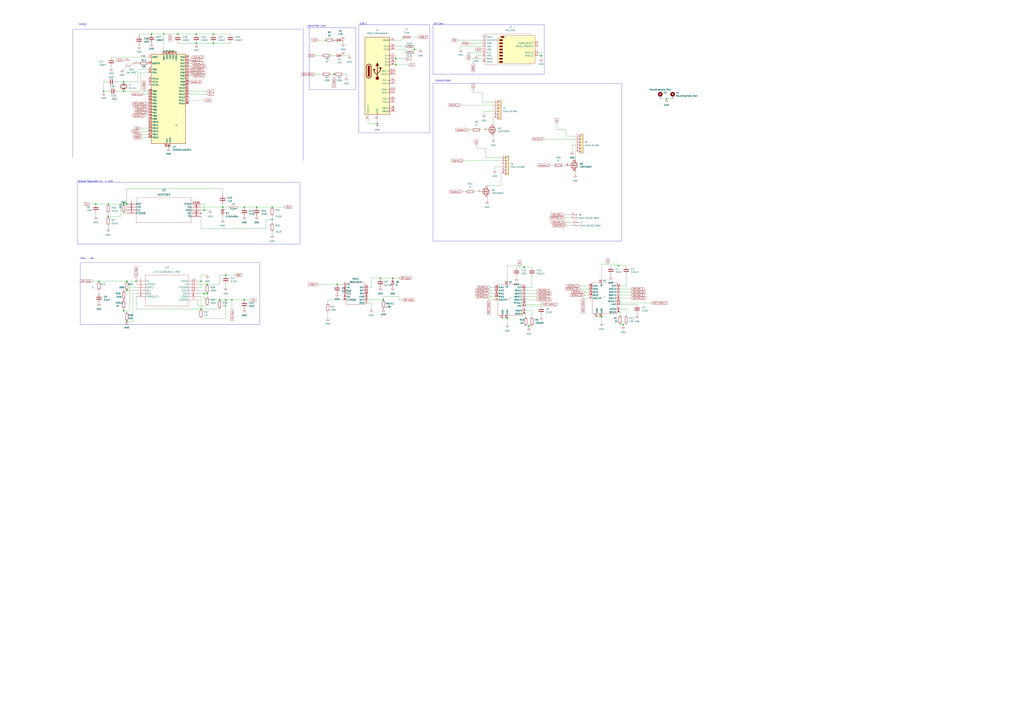
<source format=kicad_sch>
(kicad_sch (version 20230121) (generator eeschema)
  (paper "A1")
  (junction (at 88.9 177.8))
  (junction (at 170.18 233.68))
  (junction (at 314.96 246.38))
  (junction (at 104.14 264.16))
  (junction (at 200.66 246.38))
  (junction (at 101.6 167.64))
  (junction (at 134.62 27.94))
  (junction (at 161.29 27.94))
  (junction (at 104.14 167.64))
  (junction (at 165.1 254))
  (junction (at 444.5 45.72))
  (junction (at 134.62 41.91))
  (junction (at 175.26 27.94))
  (junction (at 165.1 231.14))
  (junction (at 161.29 35.56))
  (junction (at 81.28 231.14))
  (junction (at 508 218.44))
  (junction (at 325.12 53.34))
  (junction (at 139.7 41.91))
  (junction (at 185.42 226.06))
  (junction (at 124.46 27.94))
  (junction (at 511.81 266.7))
  (junction (at 167.64 241.3))
  (junction (at 190.5 246.38))
  (junction (at 104.14 238.76))
  (junction (at 185.42 246.38))
  (junction (at 430.53 219.71))
  (junction (at 138.43 120.65))
  (junction (at 78.74 167.64))
  (junction (at 88.9 167.64))
  (junction (at 210.82 170.18))
  (junction (at 101.6 255.27))
  (junction (at 276.86 233.68))
  (junction (at 547.37 81.28))
  (junction (at 312.42 228.6))
  (junction (at 85.09 74.93))
  (junction (at 274.32 60.96))
  (junction (at 142.24 41.91))
  (junction (at 146.05 27.94))
  (junction (at 223.52 170.18))
  (junction (at 494.03 260.35))
  (junction (at 434.34 267.97))
  (junction (at 167.64 172.72))
  (junction (at 104.14 231.14))
  (junction (at 111.76 231.14))
  (junction (at 416.56 261.62))
  (junction (at 137.16 41.91))
  (junction (at 223.52 180.34))
  (junction (at 182.88 170.18))
  (junction (at 180.34 246.38))
  (junction (at 101.6 67.31))
  (junction (at 101.6 74.93))
  (junction (at 170.18 241.3))
  (junction (at 325.12 48.26))
  (junction (at 322.58 228.6))
  (junction (at 200.66 170.18))
  (junction (at 175.26 35.56))
  (junction (at 309.88 101.6))
  (junction (at 340.36 40.64))
  (no_connect (at 144.78 102.87))
  (wire (pts (xy 165.1 254) (xy 180.34 254)))
  (wire (pts (xy 115.57 74.93) (xy 115.57 59.69)))
  (wire (pts (xy 157.48 52.07) (xy 154.94 52.07)))
  (wire (pts (xy 281.94 60.96) (xy 284.48 60.96)))
  (wire (pts (xy 411.48 137.16) (xy 406.4 137.16)))
  (wire (pts (xy 509.27 242.57) (xy 518.16 242.57)))
  (wire (pts (xy 396.24 76.2) (xy 396.24 83.82)))
  (wire (pts (xy 302.26 246.38) (xy 314.96 246.38)))
  (wire (pts (xy 431.8 238.76) (xy 440.69 238.76)))
  (wire (pts (xy 170.18 243.84) (xy 170.18 241.3)))
  (wire (pts (xy 508 217.17) (xy 508 218.44)))
  (wire (pts (xy 101.6 238.76) (xy 104.14 238.76)))
  (wire (pts (xy 142.24 41.91) (xy 144.78 41.91)))
  (polyline (pts (xy 510.54 68.58) (xy 510.54 198.12)))
  (wire (pts (xy 180.34 226.06) (xy 185.42 226.06)))
  (polyline (pts (xy 59.69 24.13) (xy 247.65 24.13)))
  (wire (pts (xy 389.89 157.48) (xy 392.43 157.48)))
  (wire (pts (xy 96.52 74.93) (xy 101.6 74.93)))
  (wire (pts (xy 269.24 261.62) (xy 269.24 256.54)))
  (polyline (pts (xy 63.5 149.86) (xy 246.38 149.86)))
  (wire (pts (xy 436.88 227.33) (xy 436.88 236.22)))
  (wire (pts (xy 511.81 266.7) (xy 511.81 267.97)))
  (wire (pts (xy 101.6 256.54) (xy 104.14 256.54)))
  (wire (pts (xy 430.53 219.71) (xy 436.88 219.71)))
  (polyline (pts (xy 248.92 132.08) (xy 248.92 22.86)))
  (wire (pts (xy 511.81 266.7) (xy 514.35 266.7)))
  (wire (pts (xy 509.27 266.7) (xy 511.81 266.7)))
  (wire (pts (xy 494.03 229.87) (xy 494.03 217.17)))
  (wire (pts (xy 547.37 81.28) (xy 552.45 81.28)))
  (wire (pts (xy 118.11 74.93) (xy 121.92 74.93)))
  (polyline (pts (xy 353.06 109.22) (xy 294.64 109.22)))
  (wire (pts (xy 312.42 228.6) (xy 322.58 228.6)))
  (wire (pts (xy 375.92 33.02) (xy 396.24 33.02)))
  (wire (pts (xy 261.62 33.02) (xy 266.7 33.02)))
  (wire (pts (xy 391.16 45.72) (xy 396.24 45.72)))
  (wire (pts (xy 424.18 219.71) (xy 430.53 219.71)))
  (wire (pts (xy 463.55 176.53) (xy 468.63 176.53)))
  (polyline (pts (xy 355.6 68.58) (xy 510.54 68.58)))
  (wire (pts (xy 161.29 35.56) (xy 161.29 36.83)))
  (wire (pts (xy 378.46 86.36) (xy 405.13 86.36)))
  (wire (pts (xy 340.36 38.1) (xy 340.36 40.64)))
  (wire (pts (xy 113.03 52.07) (xy 114.3 52.07)))
  (wire (pts (xy 416.56 218.44) (xy 430.53 218.44)))
  (wire (pts (xy 494.03 265.43) (xy 494.03 260.35)))
  (wire (pts (xy 182.88 180.34) (xy 182.88 177.8)))
  (polyline (pts (xy 66.04 266.7) (xy 66.04 215.9)))
  (wire (pts (xy 185.42 226.06) (xy 193.04 226.06)))
  (wire (pts (xy 139.7 41.91) (xy 142.24 41.91)))
  (wire (pts (xy 190.5 246.38) (xy 190.5 254)))
  (wire (pts (xy 121.92 57.15) (xy 113.03 57.15)))
  (wire (pts (xy 434.34 267.97) (xy 434.34 269.24)))
  (wire (pts (xy 111.76 254) (xy 165.1 254)))
  (wire (pts (xy 167.64 246.38) (xy 180.34 246.38)))
  (wire (pts (xy 472.44 124.46) (xy 472.44 130.81)))
  (wire (pts (xy 134.62 27.94) (xy 134.62 41.91)))
  (wire (pts (xy 185.42 246.38) (xy 190.5 246.38)))
  (polyline (pts (xy 66.04 215.9) (xy 213.36 215.9)))
  (wire (pts (xy 501.65 218.44) (xy 508 218.44)))
  (wire (pts (xy 330.2 246.38) (xy 327.66 246.38)))
  (wire (pts (xy 302.26 236.22) (xy 304.8 236.22)))
  (wire (pts (xy 157.48 46.99) (xy 154.94 46.99)))
  (wire (pts (xy 180.34 233.68) (xy 180.34 226.06)))
  (wire (pts (xy 269.24 246.38) (xy 269.24 248.92)))
  (polyline (pts (xy 447.04 20.32) (xy 447.04 60.96)))
  (wire (pts (xy 509.27 240.03) (xy 518.16 240.03)))
  (wire (pts (xy 223.52 190.5) (xy 223.52 193.04)))
  (wire (pts (xy 444.5 43.18) (xy 444.5 45.72)))
  (polyline (pts (xy 251.46 22.86) (xy 292.1 22.86)))
  (wire (pts (xy 81.28 238.76) (xy 81.28 241.3)))
  (wire (pts (xy 302.26 248.92) (xy 304.8 248.92)))
  (wire (pts (xy 514.35 234.95) (xy 509.27 234.95)))
  (wire (pts (xy 379.73 157.48) (xy 382.27 157.48)))
  (wire (pts (xy 480.06 240.03) (xy 483.87 240.03)))
  (wire (pts (xy 304.8 248.92) (xy 304.8 254)))
  (wire (pts (xy 85.09 67.31) (xy 85.09 74.93)))
  (wire (pts (xy 514.35 254) (xy 514.35 259.08)))
  (wire (pts (xy 185.42 236.22) (xy 185.42 233.68)))
  (polyline (pts (xy 254 73.66) (xy 254 22.86)))
  (wire (pts (xy 104.14 167.64) (xy 104.14 170.18)))
  (wire (pts (xy 406.4 137.16) (xy 406.4 139.7)))
  (wire (pts (xy 434.34 267.97) (xy 436.88 267.97)))
  (polyline (pts (xy 292.1 73.66) (xy 254 73.66)))
  (wire (pts (xy 138.43 120.65) (xy 138.43 121.92)))
  (wire (pts (xy 464.82 182.88) (xy 469.9 182.88)))
  (wire (pts (xy 104.14 154.94) (xy 182.88 154.94)))
  (wire (pts (xy 182.88 167.64) (xy 182.88 170.18)))
  (wire (pts (xy 101.6 255.27) (xy 101.6 256.54)))
  (wire (pts (xy 91.44 55.88) (xy 91.44 54.61)))
  (wire (pts (xy 162.56 231.14) (xy 165.1 231.14)))
  (wire (pts (xy 542.29 81.28) (xy 547.37 81.28)))
  (wire (pts (xy 146.05 27.94) (xy 161.29 27.94)))
  (wire (pts (xy 490.22 260.35) (xy 494.03 260.35)))
  (wire (pts (xy 444.5 259.08) (xy 444.5 260.35)))
  (wire (pts (xy 322.58 228.6) (xy 327.66 228.6)))
  (wire (pts (xy 464.82 111.76) (xy 472.44 111.76)))
  (wire (pts (xy 200.66 170.18) (xy 210.82 170.18)))
  (wire (pts (xy 167.64 167.64) (xy 165.1 167.64)))
  (wire (pts (xy 165.1 177.8) (xy 165.1 187.96)))
  (wire (pts (xy 391.16 121.92) (xy 398.78 121.92)))
  (wire (pts (xy 337.82 30.48) (xy 342.9 30.48)))
  (wire (pts (xy 416.56 231.14) (xy 416.56 218.44)))
  (polyline (pts (xy 63.5 200.66) (xy 63.5 149.86)))
  (wire (pts (xy 509.27 248.92) (xy 509.27 247.65)))
  (wire (pts (xy 116.84 110.49) (xy 121.92 110.49)))
  (wire (pts (xy 508 218.44) (xy 514.35 218.44)))
  (wire (pts (xy 424.18 228.6) (xy 424.18 227.33)))
  (wire (pts (xy 340.36 40.64) (xy 340.36 43.18)))
  (wire (pts (xy 111.76 228.6) (xy 111.76 231.14)))
  (wire (pts (xy 165.1 170.18) (xy 182.88 170.18)))
  (wire (pts (xy 384.81 43.18) (xy 396.24 43.18)))
  (wire (pts (xy 386.08 35.56) (xy 396.24 35.56)))
  (wire (pts (xy 106.68 255.27) (xy 101.6 255.27)))
  (wire (pts (xy 431.8 255.27) (xy 436.88 255.27)))
  (wire (pts (xy 330.2 33.02) (xy 325.12 33.02)))
  (wire (pts (xy 109.22 241.3) (xy 109.22 264.16)))
  (wire (pts (xy 411.48 142.24) (xy 411.48 152.4)))
  (polyline (pts (xy 292.1 22.86) (xy 292.1 73.66)))
  (wire (pts (xy 304.8 236.22) (xy 304.8 228.6)))
  (wire (pts (xy 137.16 120.65) (xy 138.43 120.65)))
  (wire (pts (xy 271.78 45.72) (xy 274.32 45.72)))
  (wire (pts (xy 218.44 187.96) (xy 218.44 180.34)))
  (wire (pts (xy 259.08 60.96) (xy 264.16 60.96)))
  (wire (pts (xy 340.36 40.64) (xy 345.44 40.64)))
  (wire (pts (xy 137.16 41.91) (xy 139.7 41.91)))
  (wire (pts (xy 157.48 54.61) (xy 154.94 54.61)))
  (wire (pts (xy 182.88 154.94) (xy 182.88 160.02)))
  (wire (pts (xy 431.8 250.19) (xy 431.8 248.92)))
  (wire (pts (xy 431.8 251.46) (xy 444.5 251.46)))
  (wire (pts (xy 436.88 236.22) (xy 431.8 236.22)))
  (wire (pts (xy 165.1 226.06) (xy 165.1 231.14)))
  (wire (pts (xy 167.64 238.76) (xy 167.64 241.3)))
  (wire (pts (xy 200.66 246.38) (xy 205.74 246.38)))
  (wire (pts (xy 162.56 251.46) (xy 170.18 251.46)))
  (polyline (pts (xy 59.69 24.13) (xy 59.69 129.54)))
  (wire (pts (xy 167.64 172.72) (xy 172.72 172.72)))
  (wire (pts (xy 444.5 250.19) (xy 431.8 250.19)))
  (wire (pts (xy 469.9 119.38) (xy 469.9 124.46)))
  (wire (pts (xy 76.2 231.14) (xy 81.28 231.14)))
  (polyline (pts (xy 355.6 20.32) (xy 447.04 20.32)))
  (wire (pts (xy 431.8 241.3) (xy 440.69 241.3)))
  (wire (pts (xy 99.06 177.8) (xy 99.06 172.72)))
  (wire (pts (xy 95.25 67.31) (xy 101.6 67.31)))
  (wire (pts (xy 509.27 250.19) (xy 523.24 250.19)))
  (wire (pts (xy 388.62 73.66) (xy 388.62 76.2)))
  (wire (pts (xy 101.6 74.93) (xy 115.57 74.93)))
  (wire (pts (xy 401.32 246.38) (xy 406.4 246.38)))
  (wire (pts (xy 104.14 238.76) (xy 111.76 238.76)))
  (wire (pts (xy 88.9 177.8) (xy 99.06 177.8)))
  (wire (pts (xy 223.52 170.18) (xy 233.68 170.18)))
  (wire (pts (xy 161.29 27.94) (xy 175.26 27.94)))
  (wire (pts (xy 281.94 45.72) (xy 287.02 45.72)))
  (wire (pts (xy 441.96 45.72) (xy 444.5 45.72)))
  (wire (pts (xy 175.26 35.56) (xy 189.23 35.56)))
  (wire (pts (xy 223.52 177.8) (xy 223.52 180.34)))
  (wire (pts (xy 469.9 119.38) (xy 472.44 119.38)))
  (wire (pts (xy 431.8 246.38) (xy 440.69 246.38)))
  (wire (pts (xy 431.8 257.81) (xy 431.8 260.35)))
  (wire (pts (xy 281.94 246.38) (xy 269.24 246.38)))
  (wire (pts (xy 444.5 45.72) (xy 444.5 48.26)))
  (wire (pts (xy 154.94 77.47) (xy 170.18 77.47)))
  (wire (pts (xy 478.79 245.11) (xy 483.87 245.11)))
  (polyline (pts (xy 294.64 20.32) (xy 353.06 20.32)))
  (wire (pts (xy 457.2 106.68) (xy 464.82 106.68)))
  (wire (pts (xy 165.1 231.14) (xy 165.1 236.22)))
  (wire (pts (xy 284.48 60.96) (xy 284.48 63.5)))
  (polyline (pts (xy 355.6 198.12) (xy 355.6 68.58)))
  (wire (pts (xy 78.74 175.26) (xy 78.74 177.8)))
  (wire (pts (xy 101.6 167.64) (xy 104.14 167.64)))
  (wire (pts (xy 501.65 227.33) (xy 501.65 226.06)))
  (wire (pts (xy 388.62 48.26) (xy 396.24 48.26)))
  (wire (pts (xy 73.66 167.64) (xy 78.74 167.64)))
  (wire (pts (xy 509.27 256.54) (xy 509.27 259.08)))
  (wire (pts (xy 162.56 243.84) (xy 165.1 243.84)))
  (wire (pts (xy 405.13 111.76) (xy 405.13 114.3)))
  (wire (pts (xy 480.06 242.57) (xy 483.87 242.57)))
  (polyline (pts (xy 213.36 266.7) (xy 66.04 266.7)))
  (wire (pts (xy 124.46 27.94) (xy 134.62 27.94)))
  (wire (pts (xy 494.03 217.17) (xy 508 217.17)))
  (wire (pts (xy 170.18 226.06) (xy 165.1 226.06)))
  (wire (pts (xy 101.6 175.26) (xy 104.14 175.26)))
  (wire (pts (xy 99.06 172.72) (xy 104.14 172.72)))
  (wire (pts (xy 388.62 52.07) (xy 388.62 48.26)))
  (wire (pts (xy 314.96 243.84) (xy 314.96 246.38)))
  (wire (pts (xy 180.34 246.38) (xy 185.42 246.38)))
  (wire (pts (xy 476.25 234.95) (xy 483.87 234.95)))
  (wire (pts (xy 88.9 167.64) (xy 101.6 167.64)))
  (polyline (pts (xy 353.06 20.32) (xy 353.06 109.22)))
  (wire (pts (xy 534.67 248.92) (xy 509.27 248.92)))
  (wire (pts (xy 113.03 67.31) (xy 101.6 67.31)))
  (wire (pts (xy 476.25 237.49) (xy 483.87 237.49)))
  (wire (pts (xy 104.14 167.64) (xy 104.14 154.94)))
  (wire (pts (xy 167.64 241.3) (xy 167.64 246.38)))
  (wire (pts (xy 91.44 46.99) (xy 121.92 46.99)))
  (wire (pts (xy 78.74 167.64) (xy 88.9 167.64)))
  (wire (pts (xy 175.26 27.94) (xy 189.23 27.94)))
  (wire (pts (xy 114.3 36.83) (xy 114.3 38.1)))
  (wire (pts (xy 106.68 236.22) (xy 111.76 236.22)))
  (wire (pts (xy 138.43 120.65) (xy 139.7 120.65)))
  (wire (pts (xy 190.5 246.38) (xy 200.66 246.38)))
  (wire (pts (xy 195.58 170.18) (xy 200.66 170.18)))
  (wire (pts (xy 384.81 106.68) (xy 387.35 106.68)))
  (wire (pts (xy 85.09 74.93) (xy 88.9 74.93)))
  (wire (pts (xy 378.46 38.1) (xy 378.46 40.64)))
  (wire (pts (xy 88.9 175.26) (xy 88.9 177.8)))
  (wire (pts (xy 314.96 243.84) (xy 327.66 243.84)))
  (wire (pts (xy 302.26 99.06) (xy 302.26 101.6)))
  (wire (pts (xy 309.88 99.06) (xy 309.88 101.6)))
  (wire (pts (xy 325.12 38.1) (xy 332.74 38.1)))
  (wire (pts (xy 396.24 83.82) (xy 405.13 83.82)))
  (wire (pts (xy 81.28 231.14) (xy 104.14 231.14)))
  (wire (pts (xy 405.13 96.52) (xy 405.13 101.6)))
  (wire (pts (xy 114.3 107.95) (xy 121.92 107.95)))
  (wire (pts (xy 509.27 237.49) (xy 518.16 237.49)))
  (wire (pts (xy 115.57 105.41) (xy 121.92 105.41)))
  (wire (pts (xy 165.1 261.62) (xy 185.42 261.62)))
  (wire (pts (xy 85.09 74.93) (xy 85.09 76.2)))
  (wire (pts (xy 223.52 180.34) (xy 223.52 182.88)))
  (wire (pts (xy 182.88 170.18) (xy 187.96 170.18)))
  (wire (pts (xy 274.32 60.96) (xy 274.32 63.5)))
  (wire (pts (xy 411.48 152.4) (xy 400.05 152.4)))
  (wire (pts (xy 401.32 241.3) (xy 406.4 241.3)))
  (wire (pts (xy 452.12 135.89) (xy 454.66 135.89)))
  (wire (pts (xy 111.76 243.84) (xy 111.76 254)))
  (wire (pts (xy 154.94 74.93) (xy 170.18 74.93)))
  (wire (pts (xy 218.44 180.34) (xy 223.52 180.34)))
  (wire (pts (xy 167.64 241.3) (xy 170.18 241.3)))
  (wire (pts (xy 261.62 233.68) (xy 276.86 233.68)))
  (wire (pts (xy 398.78 129.54) (xy 411.48 129.54)))
  (wire (pts (xy 388.62 76.2) (xy 396.24 76.2)))
  (wire (pts (xy 402.59 243.84) (xy 406.4 243.84)))
  (wire (pts (xy 162.56 233.68) (xy 170.18 233.68)))
  (wire (pts (xy 116.84 113.03) (xy 121.92 113.03)))
  (wire (pts (xy 134.62 41.91) (xy 137.16 41.91)))
  (wire (pts (xy 416.56 266.7) (xy 416.56 261.62)))
  (polyline (pts (xy 246.38 149.86) (xy 246.38 200.66)))
  (wire (pts (xy 325.12 50.8) (xy 325.12 53.34)))
  (wire (pts (xy 391.16 119.38) (xy 391.16 121.92)))
  (wire (pts (xy 281.94 33.02) (xy 281.94 35.56)))
  (wire (pts (xy 88.9 185.42) (xy 88.9 187.96)))
  (wire (pts (xy 276.86 233.68) (xy 281.94 233.68)))
  (wire (pts (xy 463.55 179.07) (xy 468.63 179.07)))
  (wire (pts (xy 114.3 27.94) (xy 124.46 27.94)))
  (wire (pts (xy 162.56 241.3) (xy 167.64 241.3)))
  (wire (pts (xy 302.26 101.6) (xy 309.88 101.6)))
  (wire (pts (xy 462.28 135.89) (xy 464.82 135.89)))
  (wire (pts (xy 109.22 264.16) (xy 104.14 264.16)))
  (wire (pts (xy 431.8 243.84) (xy 440.69 243.84)))
  (wire (pts (xy 514.35 226.06) (xy 514.35 234.95)))
  (polyline (pts (xy 355.6 60.96) (xy 355.6 20.32)))
  (wire (pts (xy 523.24 257.81) (xy 523.24 259.08)))
  (wire (pts (xy 115.57 59.69) (xy 121.92 59.69)))
  (wire (pts (xy 398.78 121.92) (xy 398.78 129.54)))
  (wire (pts (xy 146.05 35.56) (xy 161.29 35.56)))
  (wire (pts (xy 325.12 48.26) (xy 332.74 48.26)))
  (wire (pts (xy 271.78 60.96) (xy 274.32 60.96)))
  (wire (pts (xy 113.03 57.15) (xy 113.03 67.31)))
  (wire (pts (xy 134.62 27.94) (xy 146.05 27.94)))
  (wire (pts (xy 119.38 95.25) (xy 121.92 95.25)))
  (wire (pts (xy 114.3 27.94) (xy 114.3 29.21)))
  (wire (pts (xy 396.24 38.1) (xy 378.46 38.1)))
  (wire (pts (xy 185.42 261.62) (xy 185.42 246.38)))
  (wire (pts (xy 327.66 243.84) (xy 327.66 246.38)))
  (wire (pts (xy 167.64 172.72) (xy 167.64 167.64)))
  (wire (pts (xy 101.6 254) (xy 101.6 255.27)))
  (wire (pts (xy 441.96 43.18) (xy 444.5 43.18)))
  (wire (pts (xy 87.63 67.31) (xy 85.09 67.31)))
  (wire (pts (xy 330.2 30.48) (xy 330.2 33.02)))
  (wire (pts (xy 210.82 170.18) (xy 223.52 170.18)))
  (wire (pts (xy 332.74 40.64) (xy 332.74 43.18)))
  (wire (pts (xy 412.75 261.62) (xy 416.56 261.62)))
  (wire (pts (xy 464.82 106.68) (xy 464.82 111.76)))
  (wire (pts (xy 165.1 187.96) (xy 218.44 187.96)))
  (wire (pts (xy 431.8 267.97) (xy 434.34 267.97)))
  (wire (pts (xy 100.33 57.15) (xy 102.87 57.15)))
  (wire (pts (xy 111.76 241.3) (xy 109.22 241.3)))
  (wire (pts (xy 397.51 91.44) (xy 405.13 91.44)))
  (wire (pts (xy 162.56 238.76) (xy 167.64 238.76)))
  (wire (pts (xy 447.04 114.3) (xy 472.44 114.3)))
  (polyline (pts (xy 213.36 215.9) (xy 213.36 266.7)))
  (wire (pts (xy 104.14 231.14) (xy 111.76 231.14)))
  (polyline (pts (xy 510.54 198.12) (xy 355.6 198.12)))
  (wire (pts (xy 106.68 236.22) (xy 106.68 255.27)))
  (polyline (pts (xy 246.38 200.66) (xy 63.5 200.66)))
  (wire (pts (xy 397.51 106.68) (xy 398.78 106.68)))
  (polyline (pts (xy 447.04 60.96) (xy 355.6 60.96)))
  (wire (pts (xy 509.27 245.11) (xy 518.16 245.11)))
  (wire (pts (xy 157.48 62.23) (xy 154.94 62.23)))
  (wire (pts (xy 170.18 233.68) (xy 180.34 233.68)))
  (wire (pts (xy 154.94 82.55) (xy 167.64 82.55)))
  (wire (pts (xy 464.82 185.42) (xy 469.9 185.42)))
  (wire (pts (xy 381 132.08) (xy 411.48 132.08)))
  (wire (pts (xy 400.05 162.56) (xy 400.05 165.1)))
  (wire (pts (xy 304.8 228.6) (xy 312.42 228.6)))
  (wire (pts (xy 162.56 246.38) (xy 162.56 251.46)))
  (wire (pts (xy 325.12 40.64) (xy 332.74 40.64)))
  (wire (pts (xy 118.11 77.47) (xy 121.92 77.47)))
  (wire (pts (xy 165.1 243.84) (xy 165.1 254)))
  (wire (pts (xy 402.59 236.22) (xy 406.4 236.22)))
  (wire (pts (xy 430.53 218.44) (xy 430.53 219.71)))
  (wire (pts (xy 259.08 45.72) (xy 264.16 45.72)))
  (wire (pts (xy 472.44 140.97) (xy 472.44 143.51)))
  (wire (pts (xy 397.51 91.44) (xy 397.51 93.98)))
  (wire (pts (xy 509.27 254) (xy 514.35 254)))
  (wire (pts (xy 165.1 172.72) (xy 167.64 172.72)))
  (wire (pts (xy 402.59 238.76) (xy 406.4 238.76)))
  (wire (pts (xy 325.12 53.34) (xy 335.28 53.34)))
  (wire (pts (xy 161.29 35.56) (xy 175.26 35.56)))
  (wire (pts (xy 165.1 236.22) (xy 162.56 236.22)))
  (wire (pts (xy 436.88 255.27) (xy 436.88 260.35)))
  (wire (pts (xy 102.87 57.15) (xy 102.87 54.61)))
  (wire (pts (xy 101.6 49.53) (xy 102.87 49.53)))
  (polyline (pts (xy 294.64 109.22) (xy 294.64 20.32)))
  (wire (pts (xy 457.2 101.6) (xy 457.2 106.68)))
  (wire (pts (xy 325.12 45.72) (xy 325.12 48.26)))
  (text "INDICATOR LEDS" (at 252.095 22.225 0) (effects (font (size 1.27 1.27)) (justify left bottom)))
  (text "Voltage Regulator 5v -> 3.3v" (at 63.5 149.86 0) (effects (font (size 1.27 1.27)) (justify left bottom)))
  (text "ESP32" (at 64.77 20.955 0) (effects (font (size 1.27 1.27)) (justify left bottom)))
  (text "SD Card" (at 356.235 20.32 0) (effects (font (size 1.27 1.27)) (justify left bottom)))
  (text "PMIC - OR" (at 66.04 213.36 0) (effects (font (size 1.27 1.27)) (justify left bottom)))
  (text "USB C" (at 295.275 20.32 0) (effects (font (size 1.27 1.27)) (justify left bottom)))
  (text "CONNECTORS\n" (at 357.505 67.31 0) (effects (font (size 1.27 1.27)) (justify left bottom)))
  (label "nrst" (at 115.57 46.99 0))
  (global_label "LED" (shape input) (at 167.64 82.55 0) (property "Intersheetrefs" "${INTERSHEET_REFS}" (effects hide)))
  (global_label "MOTOR_2A" (shape input) (at 518.16 245.11 0) (property "Intersheetrefs" "${INTERSHEET_REFS}" (effects hide)))
  (global_label "MOT_CON1" (shape input) (at 121.92 87.63 180) (property "Intersheetrefs" "${INTERSHEET_REFS}" (effects hide)))
  (global_label "SERVO_1" (shape input) (at 402.59 236.22 180) (property "Intersheetrefs" "${INTERSHEET_REFS}" (effects hide)))
  (global_label "3v3" (shape input) (at 139.7 27.94 270) (property "Intersheetrefs" "${INTERSHEET_REFS}" (effects hide)))
  (global_label "heater_1" (shape input) (at 384.81 106.68 180) (property "Intersheetrefs" "${INTERSHEET_REFS}" (effects hide)))
  (global_label "MOTOR_1" (shape input) (at 440.69 238.76 0) (property "Intersheetrefs" "${INTERSHEET_REFS}" (effects hide)))
  (global_label "D-" (shape input) (at 332.74 48.26 0) (property "Intersheetrefs" "${INTERSHEET_REFS}" (effects hide)))
  (global_label "therm_3" (shape input) (at 118.11 77.47 180) (property "Intersheetrefs" "${INTERSHEET_REFS}" (effects hide)))
  (global_label "therm_2" (shape input) (at 157.48 46.99 0) (property "Intersheetrefs" "${INTERSHEET_REFS}" (effects hide)))
  (global_label "heater_3" (shape input) (at 452.12 135.89 180) (property "Intersheetrefs" "${INTERSHEET_REFS}" (effects hide)))
  (global_label "SERVO_2A" (shape input) (at 157.48 54.61 0) (property "Intersheetrefs" "${INTERSHEET_REFS}" (effects hide)))
  (global_label "SERVO_2" (shape input) (at 157.48 62.23 0) (property "Intersheetrefs" "${INTERSHEET_REFS}" (effects hide)))
  (global_label "OR Gate" (shape input) (at 327.66 228.6 0) (property "Intersheetrefs" "${INTERSHEET_REFS}" (effects hide)))
  (global_label "USB_P" (shape input) (at 342.9 30.48 0) (property "Intersheetrefs" "${INTERSHEET_REFS}" (effects hide)))
  (global_label "5v" (shape input) (at 457.2 101.6 90) (property "Intersheetrefs" "${INTERSHEET_REFS}" (effects hide)))
  (global_label "SS" (shape input) (at 115.57 105.41 180) (property "Intersheetrefs" "${INTERSHEET_REFS}" (effects hide)))
  (global_label "MOT_MON_1" (shape input) (at 121.92 85.09 180) (property "Intersheetrefs" "${INTERSHEET_REFS}" (effects hide)))
  (global_label "heater_2" (shape input) (at 379.73 157.48 180) (property "Intersheetrefs" "${INTERSHEET_REFS}" (effects hide)))
  (global_label "3v3" (shape input) (at 101.6 49.53 180) (property "Intersheetrefs" "${INTERSHEET_REFS}" (effects hide)))
  (global_label "OR Gate" (shape input) (at 76.2 231.14 180) (property "Intersheetrefs" "${INTERSHEET_REFS}" (effects hide)))
  (global_label "heater_1" (shape input) (at 154.94 49.53 0) (property "Intersheetrefs" "${INTERSHEET_REFS}" (effects hide)))
  (global_label "3v3" (shape input) (at 233.68 170.18 0) (property "Intersheetrefs" "${INTERSHEET_REFS}" (effects hide)))
  (global_label "SERVO_2A" (shape input) (at 480.06 242.57 180) (property "Intersheetrefs" "${INTERSHEET_REFS}" (effects hide)))
  (global_label "SCK" (shape input) (at 384.81 43.18 270) (property "Intersheetrefs" "${INTERSHEET_REFS}" (effects hide)))
  (global_label "5v" (shape input) (at 426.72 218.44 90) (property "Intersheetrefs" "${INTERSHEET_REFS}" (effects hide)))
  (global_label "therm_1" (shape input) (at 157.48 52.07 0) (property "Intersheetrefs" "${INTERSHEET_REFS}" (effects hide)))
  (global_label "MOSI" (shape input) (at 116.84 113.03 180) (property "Intersheetrefs" "${INTERSHEET_REFS}" (effects hide)))
  (global_label "MOTOR_1A" (shape input) (at 463.55 179.07 180) (property "Intersheetrefs" "${INTERSHEET_REFS}" (effects hide)))
  (global_label "SERVO_1A" (shape input) (at 121.92 92.71 180) (property "Intersheetrefs" "${INTERSHEET_REFS}" (effects hide)))
  (global_label "SERVO_1" (shape input) (at 401.32 241.3 180) (property "Intersheetrefs" "${INTERSHEET_REFS}" (effects hide)))
  (global_label "MOT_CON2" (shape input) (at 478.79 245.11 270) (property "Intersheetrefs" "${INTERSHEET_REFS}" (effects hide)))
  (global_label "MOTOR_1" (shape input) (at 463.55 176.53 180) (property "Intersheetrefs" "${INTERSHEET_REFS}" (effects hide)))
  (global_label "heater_2" (shape input) (at 119.38 95.25 180) (property "Intersheetrefs" "${INTERSHEET_REFS}" (effects hide)))
  (global_label "V_MON" (shape input) (at 118.11 74.93 90) (property "Intersheetrefs" "${INTERSHEET_REFS}" (effects hide)))
  (global_label "V2_Test" (shape input) (at 111.76 228.6 90) (property "Intersheetrefs" "${INTERSHEET_REFS}" (effects hide)))
  (global_label "MOTOR_1A" (shape input) (at 440.69 246.38 0) (property "Intersheetrefs" "${INTERSHEET_REFS}" (effects hide)))
  (global_label "MOSI" (shape input) (at 388.62 52.07 270) (property "Intersheetrefs" "${INTERSHEET_REFS}" (effects hide)))
  (global_label "MOTOR_2" (shape input) (at 518.16 242.57 0) (property "Intersheetrefs" "${INTERSHEET_REFS}" (effects hide)))
  (global_label "BAT_REAL" (shape input) (at 259.08 60.96 180) (property "Intersheetrefs" "${INTERSHEET_REFS}" (effects hide)))
  (global_label "SERVO_2A" (shape input) (at 476.25 237.49 180) (property "Intersheetrefs" "${INTERSHEET_REFS}" (effects hide)))
  (global_label "MOTOR_1A" (shape input) (at 440.69 241.3 0) (property "Intersheetrefs" "${INTERSHEET_REFS}" (effects hide)))
  (global_label "SERVO_2" (shape input) (at 476.25 234.95 180) (property "Intersheetrefs" "${INTERSHEET_REFS}" (effects hide)))
  (global_label "MOTOR_1" (shape input) (at 440.69 243.84 0) (property "Intersheetrefs" "${INTERSHEET_REFS}" (effects hide)))
  (global_label "SCK" (shape input) (at 114.3 107.95 180) (property "Intersheetrefs" "${INTERSHEET_REFS}" (effects hide)))
  (global_label "MOT_CON1" (shape input) (at 401.32 246.38 270) (property "Intersheetrefs" "${INTERSHEET_REFS}" (effects hide)))
  (global_label "USB_P" (shape input) (at 261.62 233.68 180) (property "Intersheetrefs" "${INTERSHEET_REFS}" (effects hide)))
  (global_label "MISO" (shape input) (at 116.84 110.49 180) (property "Intersheetrefs" "${INTERSHEET_REFS}" (effects hide)))
  (global_label "SS" (shape input) (at 375.92 33.02 180) (property "Intersheetrefs" "${INTERSHEET_REFS}" (effects hide)))
  (global_label "therm_3" (shape input) (at 447.04 114.3 180) (property "Intersheetrefs" "${INTERSHEET_REFS}" (effects hide)))
  (global_label "3v3" (shape input) (at 259.08 45.72 180) (property "Intersheetrefs" "${INTERSHEET_REFS}" (effects hide)))
  (global_label "MOTOR_2A" (shape input) (at 464.82 182.88 180) (property "Intersheetrefs" "${INTERSHEET_REFS}" (effects hide)))
  (global_label "D+" (shape input) (at 335.28 53.34 0) (property "Intersheetrefs" "${INTERSHEET_REFS}" (effects hide)))
  (global_label "BAT" (shape input) (at 193.04 226.06 0) (property "Intersheetrefs" "${INTERSHEET_REFS}" (effects hide)))
  (global_label "MOTOR_2" (shape input) (at 518.16 237.49 0) (property "Intersheetrefs" "${INTERSHEET_REFS}" (effects hide)))
  (global_label "therm_2" (shape input) (at 381 132.08 180) (property "Intersheetrefs" "${INTERSHEET_REFS}" (effects hide)))
  (global_label "MOT_MON_2" (shape input) (at 154.94 59.69 0) (property "Intersheetrefs" "${INTERSHEET_REFS}" (effects hide)))
  (global_label "D-" (shape input) (at 170.18 74.93 0) (property "Intersheetrefs" "${INTERSHEET_REFS}" (effects hide)))
  (global_label "MOTOR_2A" (shape input) (at 518.16 240.03 0) (property "Intersheetrefs" "${INTERSHEET_REFS}" (effects hide)))
  (global_label "5v" (shape input) (at 499.11 217.17 90) (property "Intersheetrefs" "${INTERSHEET_REFS}" (effects hide)))
  (global_label "D+" (shape input) (at 170.18 77.47 0) (property "Intersheetrefs" "${INTERSHEET_REFS}" (effects hide)))
  (global_label "MOT_MON_1" (shape input) (at 444.5 250.19 0) (property "Intersheetrefs" "${INTERSHEET_REFS}" (effects hide)))
  (global_label "OR Gate" (shape input) (at 330.2 246.38 0) (property "Intersheetrefs" "${INTERSHEET_REFS}" (effects hide)))
  (global_label "V_MON" (shape input) (at 274.32 63.5 270) (property "Intersheetrefs" "${INTERSHEET_REFS}" (effects hide)))
  (global_label "5v" (shape input) (at 73.66 167.64 180) (property "Intersheetrefs" "${INTERSHEET_REFS}" (effects hide)))
  (global_label "MOT_MON_2" (shape input) (at 534.67 248.92 0) (property "Intersheetrefs" "${INTERSHEET_REFS}" (effects hide)))
  (global_label "SERVO_2" (shape input) (at 480.06 240.03 180) (property "Intersheetrefs" "${INTERSHEET_REFS}" (effects hide)))
  (global_label "therm_1" (shape input) (at 378.46 86.36 180) (property "Intersheetrefs" "${INTERSHEET_REFS}" (effects hide)))
  (global_label "5v" (shape input) (at 388.62 73.66 90) (property "Intersheetrefs" "${INTERSHEET_REFS}" (effects hide)))
  (global_label "MOT_CON2" (shape input) (at 154.94 57.15 0) (property "Intersheetrefs" "${INTERSHEET_REFS}" (effects hide)))
  (global_label "MOTOR_2" (shape input) (at 464.82 185.42 180) (property "Intersheetrefs" "${INTERSHEET_REFS}" (effects hide)))
  (global_label "V2_Test" (shape input) (at 190.5 254 270) (property "Intersheetrefs" "${INTERSHEET_REFS}" (effects hide)))
  (global_label "5v" (shape input) (at 205.74 246.38 0) (property "Intersheetrefs" "${INTERSHEET_REFS}" (effects hide)))
  (global_label "5v" (shape input) (at 391.16 119.38 90) (property "Intersheetrefs" "${INTERSHEET_REFS}" (effects hide)))
  (global_label "3v3" (shape input) (at 396.24 40.64 180) (property "Intersheetrefs" "${INTERSHEET_REFS}" (effects hide)))
  (global_label "SERVO_1A" (shape input) (at 402.59 243.84 180) (property "Intersheetrefs" "${INTERSHEET_REFS}" (effects hide)))
  (global_label "SERVO_1A" (shape input) (at 402.59 238.76 180) (property "Intersheetrefs" "${INTERSHEET_REFS}" (effects hide)))
  (global_label "LED" (shape input) (at 261.62 33.02 180) (property "Intersheetrefs" "${INTERSHEET_REFS}" (effects hide)))
  (global_label "MISO" (shape input) (at 386.08 35.56 180) (property "Intersheetrefs" "${INTERSHEET_REFS}" (effects hide)))
  (global_label "heater_3" (shape input) (at 154.94 67.31 0) (property "Intersheetrefs" "${INTERSHEET_REFS}" (effects hide)))
  (global_label "SERVO_1" (shape input) (at 121.92 90.17 180) (property "Intersheetrefs" "${INTERSHEET_REFS}" (effects hide)))
  (symbol (lib_id "power:GND") (at 182.88 180.34 0) (unit 1)
    (property "Reference" "#PWR0136" (effects hide))
    (property "Value" "GND" (at 182.88 185.42 0))
  )
  (symbol (lib_id "Device:R") (at 170.18 247.65 0) (unit 1)
    (property "Reference" "R29" (at 172.72 246.3799 0) (effects (justify left)))
    (property "Value" "200k" (at 172.72 248.9199 0) (effects (justify left)))
    (property "Footprint" "Resistor_SMD:R_0402_1005Metric" (effects hide))
  )
  (symbol (lib_id "Device:R") (at 267.97 45.72 90) (unit 1)
    (property "Reference" "R8" (at 268.605 48.26 90))
    (property "Value" "1K" (at 268.605 50.8 90))
    (property "Footprint" "Resistor_SMD:R_0402_1005Metric" (effects hide))
  )
  (symbol (lib_id "2022-04-09_08-39-50:ADP2303ARDZ-3.3-R7") (at 104.14 167.64 0) (unit 1)
    (property "Reference" "U2" (at 134.62 156.21 0) (effects (font (size 1.524 1.524))))
    (property "Value" "ADP2303" (at 134.62 160.02 0) (effects (font (size 1.524 1.524))))
    (property "Footprint" "Package_SO:SOIC-8-N7_3.9x4.9mm_P1.27mm" (effects hide))
  )
  (symbol (lib_name "GND_7") (lib_id "power:GND") (at 138.43 121.92 0) (unit 1)
    (property "Reference" "#PWR024" (effects hide))
    (property "Value" "GND" (at 138.43 126.365 0))
  )
  (symbol (lib_id "DRV883:DRV883") (at 419.1 245.11 0) (unit 1)
    (property "Reference" "U4" (at 419.1 231.8258 0))
    (property "Value" "~" (at 419.1 245.11 0))
    (property "Footprint" "Package_DFN_QFN:WQFN-16-1EP_4x4mm_P0.5mm_EP2.6x2.6mm" (effects hide))
  )
  (symbol (lib_id "power:GND") (at 200.66 177.8 0) (unit 1)
    (property "Reference" "#PWR0135" (effects hide))
    (property "Value" "GND" (at 200.66 182.88 0))
  )
  (symbol (lib_id "Device:R") (at 431.8 264.16 0) (unit 1)
    (property "Reference" "R10" (at 426.72 262.89 0) (effects (justify left)))
    (property "Value" ".33" (at 426.72 265.43 0) (effects (justify left)))
    (property "Footprint" "Resistor_SMD:R_0402_1005Metric" (effects hide))
  )
  (symbol (lib_name "GND_3") (lib_id "power:GND") (at 276.86 241.3 0) (unit 1)
    (property "Reference" "#PWR03" (effects hide))
    (property "Value" "GND" (at 276.86 245.745 0))
  )
  (symbol (lib_name "GND_7") (lib_id "power:GND") (at 91.44 55.88 0) (unit 1)
    (property "Reference" "#PWR015" (effects hide))
    (property "Value" "GND" (at 91.44 60.325 0))
  )
  (symbol (lib_id "Device:R") (at 278.13 60.96 90) (unit 1)
    (property "Reference" "R4" (at 278.765 63.5 90))
    (property "Value" "100k" (at 278.765 66.04 90))
    (property "Footprint" "Resistor_SMD:R_0402_1005Metric" (effects hide))
  )
  (symbol (lib_id "Device:C") (at 514.35 222.25 0) (unit 1)
    (property "Reference" "C2" (at 518.16 220.98 0) (effects (justify left)))
    (property "Value" "0.01uF" (at 518.16 223.52 0) (effects (justify left)))
    (property "Footprint" "Capacitor_SMD:C_0402_1005Metric" (effects hide))
  )
  (symbol (lib_id "Device:Crystal") (at 101.6 71.12 90) (unit 1)
    (property "Reference" "Y1" (at 105.41 69.85 90) (effects (justify right)))
    (property "Value" "16 khz" (at 105.41 72.39 90) (effects (justify right)))
    (property "Footprint" "crystal:abm3" (effects hide))
  )
  (symbol (lib_id "Device:C") (at 210.82 173.99 0) (unit 1)
    (property "Reference" "C14" (at 214.63 173.355 0) (effects (justify left)))
    (property "Value" "47uF" (at 214.63 175.895 0) (effects (justify left)))
    (property "Footprint" "Capacitor_SMD:C_0402_1005Metric" (effects hide))
  )
  (symbol (lib_name "GND_6") (lib_id "power:GND") (at 312.42 236.22 0) (unit 1)
    (property "Reference" "#PWR06" (effects hide))
    (property "Value" "GND" (at 312.42 241.3 0))
  )
  (symbol (lib_id "MAX17608:MAX17610") (at 292.1 237.49 0) (unit 1)
    (property "Reference" "MAX2" (at 292.1 229.235 0))
    (property "Value" "MAX17610" (at 292.1 231.775 0))
    (property "Footprint" "Package_DFN_QFN:WDFN-12-1EP_3x3mm_P0.45mm_EP1.7x2.5mm" (effects hide))
  )
  (symbol (lib_id "Device:C") (at 200.66 173.99 0) (unit 1)
    (property "Reference" "C12" (at 204.47 173.355 0) (effects (justify left)))
    (property "Value" "47uF" (at 204.47 175.895 0) (effects (justify left)))
    (property "Footprint" "Capacitor_SMD:C_0402_1005Metric" (effects hide))
  )
  (symbol (lib_id "Connector_Generic:Conn_01x06") (at 410.21 88.9 0) (unit 1)
    (property "Reference" "J4" (at 412.75 88.9 0) (effects (justify left)))
    (property "Value" "Conn_01x06" (at 412.75 91.44 0) (effects (justify left)))
    (property "Footprint" "ffc_conn:CON_525590652_MOL" (effects hide))
  )
  (symbol (lib_id "power:GND") (at 81.28 248.92 0) (unit 1)
    (property "Reference" "#PWR0127" (effects hide))
    (property "Value" "GND" (at 81.28 254 0))
  )
  (symbol (lib_id "Device:R") (at 170.18 237.49 0) (unit 1)
    (property "Reference" "R28" (at 172.72 236.2199 0) (effects (justify left)))
    (property "Value" "300k" (at 172.72 238.7599 0) (effects (justify left)))
    (property "Footprint" "Resistor_SMD:R_0402_1005Metric" (effects hide))
  )
  (symbol (lib_id "power:GND") (at 397.51 93.98 0) (unit 1)
    (property "Reference" "#PWR09" (effects hide))
    (property "Value" "GND" (at 397.51 99.06 0))
  )
  (symbol (lib_id "Connector_Generic:Conn_01x06") (at 416.56 134.62 0) (unit 1)
    (property "Reference" "J5" (at 419.1 134.62 0) (effects (justify left)))
    (property "Value" "Conn_01x06" (at 419.1 137.16 0) (effects (justify left)))
    (property "Footprint" "ffc_conn:CON_525590652_MOL" (effects hide))
  )
  (symbol (lib_name "GND_4") (lib_id "power:GND") (at 444.5 260.35 0) (unit 1)
    (property "Reference" "#PWR021" (effects hide))
    (property "Value" "GND" (at 444.5 265.43 0))
  )
  (symbol (lib_id "Transistor_FET:VNP10N07") (at 397.51 157.48 0) (unit 1)
    (property "Reference" "Q1" (at 403.86 156.2099 0) (effects (justify left)))
    (property "Value" "VNP10N07" (at 403.86 158.7499 0) (effects (justify left)))
    (property "Footprint" "Package_TO_SOT_SMD:SOT-23-3" (effects hide))
    (property "Datasheet" "https://www.st.com/resource/en/datasheet/vnp10n07.pdf" (effects hide))
  )
  (symbol (lib_id "Device:C") (at 91.44 67.31 90) (unit 1)
    (property "Reference" "C28" (at 93.98 71.12 90) (effects (justify left)))
    (property "Value" "26pF" (at 93.98 63.5 90) (effects (justify left)))
    (property "Footprint" "Capacitor_SMD:C_0402_1005Metric" (effects hide))
  )
  (symbol (lib_id "Device:R") (at 165.1 257.81 0) (unit 1)
    (property "Reference" "R27" (at 167.64 256.5399 0) (effects (justify left)))
    (property "Value" "1M" (at 167.64 259.0799 0) (effects (justify left)))
    (property "Footprint" "Resistor_SMD:R_0402_1005Metric" (effects hide))
  )
  (symbol (lib_id "Device:C") (at 114.3 33.02 0) (unit 1)
    (property "Reference" "C26" (at 118.11 31.75 0) (effects (justify left)))
    (property "Value" "10uF" (at 118.11 34.29 0) (effects (justify left)))
    (property "Footprint" "Capacitor_SMD:C_0402_1005Metric" (effects hide))
  )
  (symbol (lib_id "Device:C") (at 185.42 229.87 0) (unit 1)
    (property "Reference" "C11" (at 189.23 228.5999 0) (effects (justify left)))
    (property "Value" "2.2uF" (at 189.23 231.1399 0) (effects (justify left)))
    (property "Footprint" "Capacitor_SMD:C_0402_1005Metric" (effects hide))
  )
  (symbol (lib_id "Device:C") (at 91.44 50.8 0) (unit 1)
    (property "Reference" "C27" (at 81.28 50.8 0) (effects (justify left)))
    (property "Value" "100nF" (at 81.28 53.34 0) (effects (justify left)))
    (property "Footprint" "Capacitor_SMD:C_0402_1005Metric" (effects hide))
  )
  (symbol (lib_id "Device:C") (at 124.46 31.75 0) (unit 1)
    (property "Reference" "C17" (at 128.27 30.48 0) (effects (justify left)))
    (property "Value" "100nF" (at 128.27 33.02 0) (effects (justify left)))
    (property "Footprint" "Capacitor_SMD:C_0402_1005Metric" (effects hide))
  )
  (symbol (lib_name "GND_4") (lib_id "power:GND") (at 501.65 227.33 0) (unit 1)
    (property "Reference" "#PWR029" (effects hide))
    (property "Value" "GND" (at 501.65 232.41 0))
  )
  (symbol (lib_id "Device:R") (at 223.52 173.99 0) (unit 1)
    (property "Reference" "R31" (at 226.06 172.7199 0) (effects (justify left)))
    (property "Value" "31.6k" (at 226.06 177.8 0) (effects (justify left)))
    (property "Footprint" "Resistor_SMD:R_0402_1005Metric" (effects hide))
  )
  (symbol (lib_name "GND_7") (lib_id "power:GND") (at 161.29 36.83 0) (unit 1)
    (property "Reference" "#PWR012" (effects hide))
    (property "Value" "GND" (at 161.29 41.275 0))
  )
  (symbol (lib_id "power:GND") (at 391.16 45.72 0) (unit 1)
    (property "Reference" "#PWR019" (effects hide))
    (property "Value" "GND" (at 391.16 50.165 0))
  )
  (symbol (lib_id "power:GND") (at 405.13 114.3 0) (unit 1)
    (property "Reference" "#PWR0116" (effects hide))
    (property "Value" "GND" (at 405.13 119.38 0))
  )
  (symbol (lib_id "power:GND") (at 469.9 124.46 0) (unit 1)
    (property "Reference" "#PWR017" (effects hide))
    (property "Value" "GND" (at 469.9 129.54 0))
  )
  (symbol (lib_id "Device:R") (at 314.96 250.19 0) (unit 1)
    (property "Reference" "RSETI1" (at 316.865 249.555 0) (effects (justify left)))
    (property "Value" "1.8K" (at 316.865 252.095 0) (effects (justify left)))
    (property "Footprint" "Resistor_SMD:R_0402_1005Metric" (effects hide))
  )
  (symbol (lib_name "GND_4") (lib_id "power:GND") (at 424.18 228.6 0) (unit 1)
    (property "Reference" "#PWR023" (effects hide))
    (property "Value" "GND" (at 424.18 233.68 0))
  )
  (symbol (lib_id "Device:R") (at 458.47 135.89 90) (unit 1)
    (property "Reference" "R18" (at 458.47 129.54 90))
    (property "Value" "R" (at 458.47 132.08 90))
  )
  (symbol (lib_id "Device:C") (at 81.28 245.11 0) (unit 1)
    (property "Reference" "C9" (at 85.09 243.8399 0) (effects (justify left)))
    (property "Value" "2.2uF" (at 85.09 246.3799 0) (effects (justify left)))
    (property "Footprint" "Capacitor_SMD:C_0402_1005Metric" (effects hide))
  )
  (symbol (lib_name "GND_7") (lib_id "power:GND") (at 269.24 261.62 0) (unit 1)
    (property "Reference" "#PWR07" (effects hide))
    (property "Value" "GND" (at 269.24 266.065 0))
  )
  (symbol (lib_id "Device:C") (at 312.42 232.41 0) (unit 1)
    (property "Reference" "C7" (at 315.595 231.775 0) (effects (justify left)))
    (property "Value" "4.7 uF" (at 315.595 234.315 0) (effects (justify left)))
    (property "Footprint" "Capacitor_SMD:C_0402_1005Metric" (effects hide))
  )
  (symbol (lib_name "GND_4") (lib_id "power:GND") (at 434.34 269.24 0) (unit 1)
    (property "Reference" "#PWR022" (effects hide))
    (property "Value" "GND" (at 434.34 274.32 0))
  )
  (symbol (lib_id "Device:R") (at 118.11 52.07 90) (unit 1)
    (property "Reference" "R11" (at 118.11 49.53 90))
    (property "Value" "10k" (at 118.11 54.61 90))
    (property "Footprint" "Resistor_SMD:R_0402_1005Metric" (effects hide))
  )
  (symbol (lib_id "Device:R") (at 386.08 157.48 90) (unit 1)
    (property "Reference" "R13" (at 386.08 151.13 90))
    (property "Value" "R" (at 386.08 153.67 90))
  )
  (symbol (lib_name "GND_7") (lib_id "power:GND") (at 124.46 35.56 0) (unit 1)
    (property "Reference" "#PWR013" (effects hide))
    (property "Value" "GND" (at 124.46 40.005 0))
  )
  (symbol (lib_id "power:GND") (at 400.05 165.1 0) (unit 1)
    (property "Reference" "#PWR010" (effects hide))
    (property "Value" "GND" (at 400.05 170.18 0))
  )
  (symbol (lib_id "Device:R") (at 81.28 234.95 0) (unit 1)
    (property "Reference" "R15" (at 82.55 233.68 0) (effects (justify left)))
    (property "Value" ".5" (at 74.93 236.22 0) (effects (justify left)))
    (property "Footprint" "Resistor_SMD:R_0402_1005Metric" (effects hide))
  )
  (symbol (lib_id "power:GND") (at 406.4 139.7 0) (unit 1)
    (property "Reference" "#PWR011" (effects hide))
    (property "Value" "GND" (at 406.4 144.78 0))
  )
  (symbol (lib_id "Connector:Conn_01x02_Male") (at 473.71 179.07 180) (unit 1)
    (property "Reference" "J8" (at 474.98 176.5299 0) (effects (justify right)))
    (property "Value" "Conn_01x02_Male" (at 474.98 179.0699 0) (effects (justify right)))
    (property "Footprint" "Connector_JST:JST_XH_B2B-XH-A_1x02_P2.50mm_Vertical" (effects hide))
  )
  (symbol (lib_id "Device:R") (at 509.27 262.89 0) (unit 1)
    (property "Reference" "R1" (at 504.19 261.62 0) (effects (justify left)))
    (property "Value" ".33" (at 504.19 264.16 0) (effects (justify left)))
    (property "Footprint" "Resistor_SMD:R_0402_1005Metric" (effects hide))
  )
  (symbol (lib_id "Device:C") (at 78.74 171.45 0) (unit 1)
    (property "Reference" "C8" (at 71.12 170.18 0) (effects (justify left)))
    (property "Value" "10uF" (at 71.12 172.72 0) (effects (justify left)))
    (property "Footprint" "Capacitor_SMD:C_0402_1005Metric" (effects hide))
  )
  (symbol (lib_id "Device:R") (at 336.55 38.1 90) (unit 1)
    (property "Reference" "R6" (at 336.55 38.1 90))
    (property "Value" "5.1k" (at 336.55 35.56 90))
    (property "Footprint" "Resistor_SMD:R_0402_1005Metric" (effects hide))
  )
  (symbol (lib_id "Device:C") (at 182.88 163.83 0) (unit 1)
    (property "Reference" "C10" (at 186.69 162.5599 0) (effects (justify left)))
    (property "Value" ".1uF" (at 186.69 165.0999 0) (effects (justify left)))
    (property "Footprint" "Capacitor_SMD:C_0402_1005Metric" (effects hide))
  )
  (symbol (lib_id "Mechanical:MountingHole_Pad") (at 552.45 78.74 0) (unit 1)
    (property "Reference" "H1" (at 554.99 76.2 0) (effects (justify left)))
    (property "Value" "MountingHole_Pad" (at 554.99 78.74 0) (effects (justify left)))
    (property "Footprint" "MountingHole:MountingHole_2.5mm_Pad" (effects hide))
  )
  (symbol (lib_id "power:GND") (at 185.42 236.22 0) (unit 1)
    (property "Reference" "#PWR0128" (effects hide))
    (property "Value" "GND" (at 185.42 241.3 0))
  )
  (symbol (lib_id "Device:C") (at 175.26 31.75 0) (unit 1)
    (property "Reference" "C25" (at 179.07 30.48 0) (effects (justify left)))
    (property "Value" "100nF" (at 179.07 33.02 0) (effects (justify left)))
    (property "Footprint" "Capacitor_SMD:C_0402_1005Metric" (effects hide))
  )
  (symbol (lib_id "Device:Fuse") (at 334.01 30.48 90) (unit 1)
    (property "Reference" "F1" (at 334.01 24.13 90))
    (property "Value" "Fuse" (at 334.01 26.67 90))
    (property "Footprint" "Fuse:Fuse_0603_1608Metric" (effects hide))
  )
  (symbol (lib_id "power:GND") (at 444.5 48.26 0) (unit 1)
    (property "Reference" "#PWR018" (effects hide))
    (property "Value" "GND" (at 444.5 52.705 0))
  )
  (symbol (lib_id "Transistor_FET:VNP10N07") (at 469.9 135.89 0) (unit 1)
    (property "Reference" "Q5" (at 476.25 134.6199 0) (effects (justify left)))
    (property "Value" "VNP10N07" (at 476.25 137.1599 0) (effects (justify left)))
    (property "Footprint" "Package_TO_SOT_SMD:SOT-23-3" (effects hide))
    (property "Datasheet" "https://www.st.com/resource/en/datasheet/vnp10n07.pdf" (effects hide))
  )
  (symbol (lib_id "power:GND") (at 104.14 264.16 0) (unit 1)
    (property "Reference" "#PWR0107" (effects hide))
    (property "Value" "GND" (at 104.14 269.24 0))
  )
  (symbol (lib_id "Device:R") (at 391.16 106.68 90) (unit 1)
    (property "Reference" "R5" (at 391.16 100.33 90))
    (property "Value" "R" (at 391.16 102.87 90))
  )
  (symbol (lib_name "GND_5") (lib_id "power:GND") (at 314.96 254 0) (unit 1)
    (property "Reference" "#PWR05" (effects hide))
    (property "Value" "GND" (at 314.96 258.445 0))
  )
  (symbol (lib_id "Device:R") (at 269.24 252.73 0) (unit 1)
    (property "Reference" "R14" (at 271.145 252.095 0) (effects (justify left)))
    (property "Value" "150K" (at 271.145 254.635 0) (effects (justify left)))
    (property "Footprint" "Resistor_SMD:R_0402_1005Metric" (effects hide))
  )
  (symbol (lib_id "Device:C") (at 189.23 31.75 0) (unit 1)
    (property "Reference" "C30" (at 193.04 30.48 0) (effects (justify left)))
    (property "Value" "100nF" (at 193.04 33.02 0) (effects (justify left)))
    (property "Footprint" "Capacitor_SMD:C_0402_1005Metric" (effects hide))
  )
  (symbol (lib_id "power:GND") (at 170.18 226.06 0) (unit 1)
    (property "Reference" "#PWR0130" (effects hide))
    (property "Value" "GND" (at 170.18 231.14 0))
  )
  (symbol (lib_id "Device:R") (at 101.6 250.19 0) (unit 1)
    (property "Reference" "R25.5" (at 95.25 248.92 0) (effects (justify left)))
    (property "Value" "2k" (at 95.25 251.46 0) (effects (justify left)))
    (property "Footprint" "Resistor_SMD:R_0402_1005Metric" (effects hide))
  )
  (symbol (lib_id "power:GND") (at 88.9 187.96 0) (unit 1)
    (property "Reference" "#PWR0132" (effects hide))
    (property "Value" "GND" (at 88.9 193.04 0))
  )
  (symbol (lib_id "power:GND") (at 210.82 177.8 0) (unit 1)
    (property "Reference" "#PWR0134" (effects hide))
    (property "Value" "GND" (at 210.82 182.88 0))
  )
  (symbol (lib_id "power:GND") (at 345.44 40.64 0) (unit 1)
    (property "Reference" "#PWR0104" (effects hide))
    (property "Value" "GND" (at 345.44 45.72 0))
  )
  (symbol (lib_id "Device:R") (at 180.34 250.19 0) (unit 1)
    (property "Reference" "R30" (at 182.88 248.9199 0) (effects (justify left)))
    (property "Value" "1M" (at 182.88 251.4599 0) (effects (justify left)))
    (property "Footprint" "Resistor_SMD:R_0402_1005Metric" (effects hide))
  )
  (symbol (lib_name "GND_4") (lib_id "power:GND") (at 523.24 259.08 0) (unit 1)
    (property "Reference" "#PWR031" (effects hide))
    (property "Value" "GND" (at 523.24 264.16 0))
  )
  (symbol (lib_id "Device:LED") (at 278.13 45.72 180) (unit 1)
    (property "Reference" "D2" (at 278.765 48.895 0))
    (property "Value" "LED" (at 278.765 51.435 0))
    (property "Footprint" "LED_SMD:LED_0603_1608Metric" (effects hide))
  )
  (symbol (lib_id "Device:L") (at 191.77 170.18 90) (unit 1)
    (property "Reference" "L1" (at 191.77 167.64 90))
    (property "Value" "2.2uH" (at 191.77 171.45 90))
    (property "Footprint" "inductor:IND_B1047AS-2R2N=P3" (effects hide))
  )
  (symbol (lib_id "power:GND") (at 281.94 35.56 0) (unit 1)
    (property "Reference" "#PWR0108" (effects hide))
    (property "Value" "GND" (at 281.94 40.64 0))
  )
  (symbol (lib_id "Device:R") (at 104.14 234.95 0) (unit 1)
    (property "Reference" "R24" (at 105.41 233.68 0) (effects (justify left)))
    (property "Value" "300k" (at 97.79 236.22 0) (effects (justify left)))
    (property "Footprint" "Resistor_SMD:R_0402_1005Metric" (effects hide))
  )
  (symbol (lib_id "Device:C") (at 161.29 31.75 0) (unit 1)
    (property "Reference" "C19" (at 165.1 30.48 0) (effects (justify left)))
    (property "Value" "100nF" (at 165.1 33.02 0) (effects (justify left)))
    (property "Footprint" "Capacitor_SMD:C_0402_1005Metric" (effects hide))
  )
  (symbol (lib_id "Device:C") (at 523.24 254 0) (unit 1)
    (property "Reference" "C3" (at 527.05 252.73 0) (effects (justify left)))
    (property "Value" "2.2pF" (at 527.05 255.27 0) (effects (justify left)))
    (property "Footprint" "Capacitor_SMD:C_0402_1005Metric" (effects hide))
  )
  (symbol (lib_id "Switch:SW_SPDT") (at 107.95 52.07 180) (unit 1)
    (property "Reference" "SW3" (at 107.95 57.15 0))
    (property "Value" "SW_SPDT" (at 107.95 59.69 0))
    (property "Footprint" "Connector_PinHeader_1.27mm:PinHeader_1x03_P1.27mm_Vertical" (effects hide))
  )
  (symbol (lib_name "GND_7") (lib_id "power:GND") (at 100.33 57.15 0) (unit 1)
    (property "Reference" "#PWR026" (effects hide))
    (property "Value" "GND" (at 100.33 61.595 0))
  )
  (symbol (lib_id "Device:R") (at 514.35 262.89 0) (unit 1)
    (property "Reference" "R12" (at 516.89 261.62 0) (effects (justify left)))
    (property "Value" ".33" (at 516.89 264.16 0) (effects (justify left)))
    (property "Footprint" "Resistor_SMD:R_0402_1005Metric" (effects hide))
  )
  (symbol (lib_id "LTC4420:LTC4420CMSE-PBF") (at 111.76 231.14 0) (unit 1)
    (property "Reference" "U3" (at 137.16 219.71 0) (effects (font (size 1.524 1.524))))
    (property "Value" "LTC4420CMSE-PBF" (at 137.16 223.52 0) (effects (font (size 1.524 1.524))))
    (property "Footprint" "Package_SO:MSOP-12-1EP_3x4mm_P0.65mm_EP1.65x2.85mm" (effects hide))
  )
  (symbol (lib_id "Device:C") (at 146.05 31.75 0) (unit 1)
    (property "Reference" "C18" (at 149.86 30.48 0) (effects (justify left)))
    (property "Value" "100nF" (at 149.86 33.02 0) (effects (justify left)))
    (property "Footprint" "Capacitor_SMD:C_0402_1005Metric" (effects hide))
  )
  (symbol (lib_id "power:GND") (at 284.48 63.5 0) (unit 1)
    (property "Reference" "#PWR04" (effects hide))
    (property "Value" "GND" (at 284.48 68.58 0))
  )
  (symbol (lib_id "Device:C") (at 200.66 250.19 0) (unit 1)
    (property "Reference" "C13" (at 204.47 248.9199 0) (effects (justify left)))
    (property "Value" "15uF" (at 204.47 251.4599 0) (effects (justify left)))
    (property "Footprint" "Capacitor_SMD:C_0402_1005Metric" (effects hide))
  )
  (symbol (lib_id "Device:C") (at 444.5 255.27 0) (unit 1)
    (property "Reference" "C5" (at 448.31 254 0) (effects (justify left)))
    (property "Value" "2.2pF" (at 448.31 256.54 0) (effects (justify left)))
    (property "Footprint" "Capacitor_SMD:C_0402_1005Metric" (effects hide))
  )
  (symbol (lib_id "Connector_Generic:Conn_01x06") (at 477.52 116.84 0) (unit 1)
    (property "Reference" "J6" (at 480.06 116.84 0) (effects (justify left)))
    (property "Value" "Conn_01x06" (at 480.06 119.38 0) (effects (justify left)))
    (property "Footprint" "ffc_conn:CON_525590652_MOL" (effects hide))
  )
  (symbol (lib_name "GND_8") (lib_id "power:GND") (at 322.58 236.22 0) (unit 1)
    (property "Reference" "#PWR08" (effects hide))
    (property "Value" "GND" (at 322.58 241.3 0))
  )
  (symbol (lib_id "Mechanical:MountingHole_Pad") (at 542.29 78.74 0) (unit 1)
    (property "Reference" "H2" (at 544.83 76.2 0) (effects (justify left)))
    (property "Value" "MountingHole_Pad" (at 533.4 73.66 0) (effects (justify left)))
    (property "Footprint" "MountingHole:MountingHole_2.5mm_Pad" (effects hide))
  )
  (symbol (lib_id "Device:D_Schottky") (at 182.88 173.99 270) (unit 1)
    (property "Reference" "D7" (at 185.42 175.26 90) (effects (justify left)))
    (property "Value" "D_Schottky" (at 185.42 177.8 90) (effects (justify left)))
    (property "Footprint" "Diode_SMD:D_0603_1608Metric_Pad1.05x0.95mm_HandSolder" (effects hide))
  )
  (symbol (lib_id "power:GND") (at 172.72 172.72 0) (unit 1)
    (property "Reference" "#PWR0137" (effects hide))
    (property "Value" "GND" (at 172.72 177.8 0))
  )
  (symbol (lib_id "Device:C") (at 436.88 223.52 0) (unit 1)
    (property "Reference" "C16" (at 440.69 222.25 0) (effects (justify left)))
    (property "Value" "0.01uF" (at 440.69 224.79 0) (effects (justify left)))
    (property "Footprint" "Capacitor_SMD:C_0402_1005Metric" (effects hide))
  )
  (symbol (lib_id "Connector:USB_C_Receptacle") (at 309.88 58.42 0) (unit 1)
    (property "Reference" "J1" (at 309.88 24.765 0))
    (property "Value" "USB_C_Receptacle" (at 309.88 27.305 0))
    (property "Footprint" "usb:USB4105-GF-A" (effects hide))
    (property "Datasheet" "https://www.usb.org/sites/default/files/documents/usb_type-c.zip" (effects hide))
  )
  (symbol (lib_id "Device:R") (at 104.14 260.35 0) (unit 1)
    (property "Reference" "R26" (at 105.41 259.08 0) (effects (justify left)))
    (property "Value" "45k" (at 105.41 261.62 0) (effects (justify left)))
    (property "Footprint" "Resistor_SMD:R_0402_1005Metric" (effects hide))
  )
  (symbol (lib_id "Connector:Conn_01x02_Male") (at 474.98 185.42 180) (unit 1)
    (property "Reference" "J7" (at 476.25 182.8799 0) (effects (justify right)))
    (property "Value" "Conn_01x02_Male" (at 476.25 185.4199 0) (effects (justify right)))
    (property "Footprint" "Connector_JST:JST_XH_B2B-XH-A_1x02_P2.50mm_Vertical" (effects hide))
  )
  (symbol (lib_id "Connector:SD_Card") (at 419.1 40.64 0) (unit 1)
    (property "Reference" "J2" (at 419.1 22.225 0))
    (property "Value" "SD_Card" (at 419.1 24.765 0))
    (property "Footprint" "sdcard:MEM2075-00-140-01-A_GCT" (effects hide))
    (property "Datasheet" "http://portal.fciconnect.com/Comergent//fci/drawing/10067847.pdf" (effects hide))
  )
  (symbol (lib_id "Device:R") (at 267.97 60.96 90) (unit 1)
    (property "Reference" "R2" (at 268.605 63.5 90))
    (property "Value" "100K" (at 268.605 66.04 90))
    (property "Footprint" "Resistor_SMD:R_0402_1005Metric" (effects hide))
  )
  (symbol (lib_id "Device:R") (at 88.9 171.45 0) (mirror y) (unit 1)
    (property "Reference" "R16" (at 91.44 170.815 0) (effects (justify right)))
    (property "Value" "15.2k" (at 91.44 173.355 0) (effects (justify right)))
    (property "Footprint" "Resistor_SMD:R_0402_1005Metric" (effects hide))
  )
  (symbol (lib_id "power:GND") (at 287.02 45.72 0) (unit 1)
    (property "Reference" "#PWR0109" (effects hide))
    (property "Value" "GND" (at 287.02 50.8 0))
  )
  (symbol (lib_id "Device:R") (at 336.55 43.18 90) (unit 1)
    (property "Reference" "R7" (at 336.55 43.18 90))
    (property "Value" "5.1k" (at 336.55 45.72 90))
    (property "Footprint" "Resistor_SMD:R_0402_1005Metric" (effects hide))
  )
  (symbol (lib_id "Device:R") (at 101.6 171.45 0) (unit 1)
    (property "Reference" "R23" (at 99.06 171.45 90) (effects (justify left)))
    (property "Value" "100k" (at 99.06 166.37 0) (effects (justify left)))
    (property "Footprint" "Resistor_SMD:R_0402_1005Metric" (effects hide))
  )
  (symbol (lib_id "power:GND") (at 309.88 101.6 0) (unit 1)
    (property "Reference" "#PWR0103" (effects hide))
    (property "Value" "GND" (at 309.88 106.68 0))
  )
  (symbol (lib_id "Device:R") (at 436.88 264.16 0) (unit 1)
    (property "Reference" "R9" (at 439.42 262.89 0) (effects (justify left)))
    (property "Value" ".33" (at 439.42 265.43 0) (effects (justify left)))
    (property "Footprint" "Resistor_SMD:R_0402_1005Metric" (effects hide))
  )
  (symbol (lib_id "power:GND") (at 472.44 143.51 0) (unit 1)
    (property "Reference" "#PWR016" (effects hide))
    (property "Value" "GND" (at 472.44 148.59 0))
  )
  (symbol (lib_id "Device:C") (at 501.65 222.25 0) (unit 1)
    (property "Reference" "C1" (at 505.46 220.98 0) (effects (justify left)))
    (property "Value" "10uF" (at 505.46 223.52 0) (effects (justify left)))
    (property "Footprint" "Capacitor_SMD:C_0402_1005Metric" (effects hide))
  )
  (symbol (lib_name "GND_4") (lib_id "power:GND") (at 494.03 265.43 0) (unit 1)
    (property "Reference" "#PWR028" (effects hide))
    (property "Value" "GND" (at 494.03 270.51 0))
  )
  (symbol (lib_id "power:GND") (at 378.46 40.64 0) (unit 1)
    (property "Reference" "#PWR0118" (effects hide))
    (property "Value" "GND" (at 378.46 45.085 0))
  )
  (symbol (lib_id "power:GND") (at 200.66 254 0) (unit 1)
    (property "Reference" "#PWR0129" (effects hide))
    (property "Value" "GND" (at 200.66 259.08 0))
  )
  (symbol (lib_id "power:GND") (at 223.52 193.04 0) (unit 1)
    (property "Reference" "#PWR0133" (effects hide))
    (property "Value" "GND" (at 223.52 198.12 0))
  )
  (symbol (lib_id "power:GND") (at 78.74 177.8 0) (unit 1)
    (property "Reference" "#PWR0131" (effects hide))
    (property "Value" "GND" (at 78.74 182.88 0))
  )
  (symbol (lib_id "Device:R") (at 101.6 242.57 0) (unit 1)
    (property "Reference" "R25" (at 95.25 241.3 0) (effects (justify left)))
    (property "Value" "154k" (at 95.25 243.84 0) (effects (justify left)))
    (property "Footprint" "Resistor_SMD:R_0402_1005Metric" (effects hide))
  )
  (symbol (lib_id "power:GND") (at 547.37 81.28 0) (unit 1)
    (property "Reference" "#PWR025" (effects hide))
    (property "Value" "GND" (at 547.37 86.36 0))
  )
  (symbol (lib_id "Device:R") (at 223.52 186.69 0) (unit 1)
    (property "Reference" "R32" (at 226.06 185.4199 0) (effects (justify left)))
    (property "Value" "10.2k" (at 226.06 190.5 0) (effects (justify left)))
    (property "Footprint" "Resistor_SMD:R_0402_1005Metric" (effects hide))
  )
  (symbol (lib_id "Device:R") (at 88.9 181.61 0) (unit 1)
    (property "Reference" "R17" (at 91.44 180.975 0) (effects (justify left)))
    (property "Value" "10.2k" (at 91.44 183.515 0) (effects (justify left)))
    (property "Footprint" "Resistor_SMD:R_0402_1005Metric" (effects hide))
  )
  (symbol (lib_name "DRV883_1") (lib_id "DRV883:DRV883") (at 496.57 243.84 0) (unit 1)
    (property "Reference" "U1" (at 496.57 230.5558 0))
    (property "Value" "~" (at 496.57 243.84 0))
    (property "Footprint" "Package_DFN_QFN:WQFN-16-1EP_4x4mm_P0.5mm_EP2.6x2.6mm" (effects hide))
  )
  (symbol (lib_id "MCU_ST_STM32F1:STM32F103C8Tx") (at 137.16 82.55 0) (unit 1)
    (property "Reference" "U7" (at 141.8941 120.65 0) (effects (justify left)))
    (property "Value" "STM32F103C8Tx" (at 141.8941 123.19 0) (effects (justify left)))
    (property "Footprint" "Package_QFP:LQFP-48_7x7mm_P0.5mm" (effects hide))
    (property "Datasheet" "https://www.st.com/resource/en/datasheet/stm32f103c8.pdf" (effects hide))
  )
  (symbol (lib_id "Device:D") (at 322.58 232.41 270) (unit 1)
    (property "Reference" "D6" (at 325.12 231.775 90) (effects (justify left)))
    (property "Value" "D" (at 325.12 234.315 90) (effects (justify left)))
    (property "Footprint" "Diode_SMD:D_0402_1005Metric" (effects hide))
    (property "Sim.Device" "D" (effects hide))
    (property "Sim.Pins" "1=K 2=A" (effects hide))
  )
  (symbol (lib_name "GND_7") (lib_id "power:GND") (at 85.09 76.2 0) (unit 1)
    (property "Reference" "#PWR027" (effects hide))
    (property "Value" "GND" (at 85.09 80.645 0))
  )
  (symbol (lib_name "GND_7") (lib_id "power:GND") (at 114.3 38.1 0) (unit 1)
    (property "Reference" "#PWR014" (effects hide))
    (property "Value" "GND" (at 114.3 42.545 0))
  )
  (symbol (lib_id "Device:R") (at 270.51 33.02 90) (unit 1)
    (property "Reference" "R3" (at 270.51 26.67 90))
    (property "Value" "1K" (at 270.51 29.21 90))
    (property "Footprint" "Resistor_SMD:R_0402_1005Metric" (effects hide))
  )
  (symbol (lib_name "GND_4") (lib_id "power:GND") (at 416.56 266.7 0) (unit 1)
    (property "Reference" "#PWR020" (effects hide))
    (property "Value" "GND" (at 416.56 271.78 0))
  )
  (symbol (lib_id "Transistor_FET:VNP10N07") (at 402.59 106.68 0) (unit 1)
    (property "Reference" "Q4" (at 408.94 105.4099 0) (effects (justify left)))
    (property "Value" "VNP10N07" (at 408.94 107.9499 0) (effects (justify left)))
    (property "Footprint" "Package_TO_SOT_SMD:SOT-23-3" (effects hide))
    (property "Datasheet" "https://www.st.com/resource/en/datasheet/vnp10n07.pdf" (effects hide))
  )
  (symbol (lib_id "Device:C") (at 424.18 223.52 0) (unit 1)
    (property "Reference" "C15" (at 427.99 222.25 0) (effects (justify left)))
    (property "Value" "10uF" (at 427.99 224.79 0) (effects (justify left)))
    (property "Footprint" "Capacitor_SMD:C_0402_1005Metric" (effects hide))
  )
  (symbol (lib_name "GND_2") (lib_id "power:GND") (at 304.8 254 0) (unit 1)
    (property "Reference" "#PWR02" (effects hide))
    (property "Value" "GND" (at 304.8 259.08 0))
  )
  (symbol (lib_id "Device:C") (at 92.71 74.93 90) (unit 1)
    (property "Reference" "C29" (at 95.25 78.74 90) (effects (justify left)))
    (property "Value" "26pF" (at 96.52 81.28 90) (effects (justify left)))
    (property "Footprint" "Capacitor_SMD:C_0402_1005Metric" (effects hide))
  )
  (symbol (lib_id "Device:C") (at 276.86 237.49 0) (unit 1)
    (property "Reference" "C6" (at 280.67 236.855 0) (effects (justify left)))
    (property "Value" "0.47 uF" (at 280.67 239.395 0) (effects (justify left)))
    (property "Footprint" "Capacitor_SMD:C_0402_1005Metric" (effects hide))
  )
  (symbol (lib_id "Device:LED") (at 278.13 33.02 180) (unit 1)
    (property "Reference" "D1" (at 279.7175 25.4 0))
    (property "Value" "LED" (at 279.7175 27.94 0))
    (property "Footprint" "LED_SMD:LED_0603_1608Metric" (effects hide))
  )
  (symbol (lib_name "GND_4") (lib_id "power:GND") (at 511.81 267.97 0) (unit 1)
    (property "Reference" "#PWR030" (effects hide))
    (property "Value" "GND" (at 511.81 273.05 0))
  )
)
</source>
